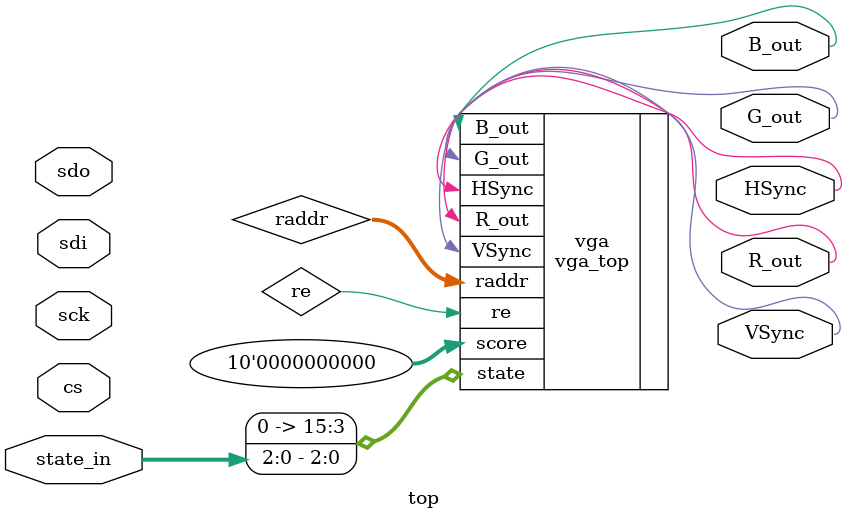
<source format=sv>
/*
Top module for full graphics card

*/
module top (
    input logic cs, sck, sdi, sdo,
    input logic [2:0] state_in, // for testing that we can change state and duration stuff
    output logic R_out, G_out, B_out, VSync, HSync
);

logic       re;
logic [7:0] command, databyte1, databyte2;
logic [9:0] raddr, score, new_score;

spi spi(.sdi, .sdo, .sck, .cs, .command, .databyte1, .databyte2);

// TODO: Add memory interface and score handling. Maybe controller for stuff like score.

vga_top vga(.state({13'b0, state_in}), .score(10'b0), .R_out, .G_out, .B_out, .VSync, .HSync, .re, .raddr);


endmodule
</source>
